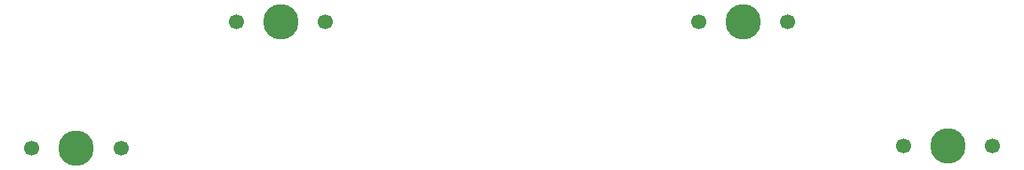
<source format=gbr>
%TF.GenerationSoftware,KiCad,Pcbnew,(6.0.9)*%
%TF.CreationDate,2023-05-29T17:24:43+10:00*%
%TF.ProjectId,Joysticks,4a6f7973-7469-4636-9b73-2e6b69636164,rev?*%
%TF.SameCoordinates,PX3d09000PY568bc30*%
%TF.FileFunction,NonPlated,1,2,NPTH,Drill*%
%TF.FilePolarity,Positive*%
%FSLAX46Y46*%
G04 Gerber Fmt 4.6, Leading zero omitted, Abs format (unit mm)*
G04 Created by KiCad (PCBNEW (6.0.9)) date 2023-05-29 17:24:43*
%MOMM*%
%LPD*%
G01*
G04 APERTURE LIST*
%TA.AperFunction,ComponentDrill*%
%ADD10C,1.700000*%
%TD*%
%TA.AperFunction,ComponentDrill*%
%ADD11C,3.987800*%
%TD*%
G04 APERTURE END LIST*
D10*
%TO.C,U3*%
X-18000000Y-5250000D03*
X-8000000Y-5250000D03*
%TO.C,U5*%
X5000000Y9000000D03*
X15000000Y9000000D03*
%TO.C,U2*%
X57000000Y9000000D03*
X67000000Y9000000D03*
%TO.C,U4*%
X80000000Y-5000000D03*
X90000000Y-5000000D03*
D11*
%TO.C,U3*%
X-13000000Y-5250000D03*
%TO.C,U5*%
X10000000Y9000000D03*
%TO.C,U2*%
X62000000Y9000000D03*
%TO.C,U4*%
X85000000Y-5000000D03*
M02*

</source>
